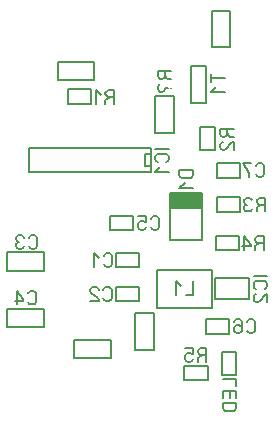
<source format=gbr>
%FSLAX34Y34*%
%MOMM*%
%LNSILK_BOTTOM_*%
G71*
G01*
%ADD10C, 0.15*%
%ADD11C, 0.21*%
%LPD*%
G54D10*
X641206Y657150D02*
X641206Y677150D01*
X538306Y677150D01*
X538306Y657150D01*
X641206Y657150D01*
G54D10*
X641206Y662150D02*
X641206Y672150D01*
X636206Y672150D01*
X636206Y662150D01*
X641206Y662150D01*
G54D11*
X656618Y676451D02*
X645062Y676451D01*
G54D11*
X654451Y665474D02*
X655895Y666340D01*
X656618Y668074D01*
X656618Y669807D01*
X655895Y671540D01*
X654451Y672407D01*
X647229Y672407D01*
X645784Y671540D01*
X645062Y669807D01*
X645062Y668074D01*
X645784Y666340D01*
X647229Y665474D01*
G54D11*
X649395Y661430D02*
X645062Y657097D01*
X656618Y657097D01*
G54D10*
X631154Y588367D02*
X631154Y576067D01*
G54D10*
X611554Y588367D02*
X611554Y576067D01*
G54D10*
X631154Y588367D02*
X611554Y588367D01*
G54D10*
X631154Y576067D02*
X611554Y576067D01*
G54D11*
X601716Y578672D02*
X602583Y577228D01*
X604316Y576505D01*
X606050Y576505D01*
X607783Y577228D01*
X608650Y578672D01*
X608650Y585894D01*
X607783Y587339D01*
X606050Y588061D01*
X604316Y588061D01*
X602583Y587339D01*
X601716Y585894D01*
G54D11*
X597673Y583728D02*
X593339Y588061D01*
X593339Y576505D01*
G54D10*
X631154Y559792D02*
X631154Y547492D01*
G54D10*
X611554Y559792D02*
X611554Y547492D01*
G54D10*
X631154Y559792D02*
X611554Y559792D01*
G54D10*
X631154Y547492D02*
X611554Y547492D01*
G54D11*
X601101Y550097D02*
X601967Y548653D01*
X603701Y547930D01*
X605434Y547930D01*
X607167Y548653D01*
X608034Y550097D01*
X608034Y557319D01*
X607167Y558764D01*
X605434Y559486D01*
X603701Y559486D01*
X601967Y558764D01*
X601101Y557319D01*
G54D11*
X590124Y547930D02*
X597057Y547930D01*
X597057Y548653D01*
X596190Y550097D01*
X590990Y554430D01*
X590124Y555875D01*
X590124Y557319D01*
X590990Y558764D01*
X592724Y559486D01*
X594457Y559486D01*
X596190Y558764D01*
X597057Y557319D01*
G54D10*
X626391Y619720D02*
X626391Y607420D01*
G54D10*
X606791Y619720D02*
X606791Y607420D01*
G54D10*
X626391Y619720D02*
X606791Y619720D01*
G54D10*
X626391Y607420D02*
X606791Y607420D01*
G54D11*
X641185Y610025D02*
X642052Y608580D01*
X643785Y607858D01*
X645518Y607858D01*
X647252Y608580D01*
X648118Y610025D01*
X648118Y617247D01*
X647252Y618691D01*
X645518Y619414D01*
X643785Y619414D01*
X642052Y618691D01*
X641185Y617247D01*
G54D11*
X630208Y619414D02*
X637141Y619414D01*
X637141Y614358D01*
X636275Y614358D01*
X634541Y615080D01*
X632808Y615080D01*
X631075Y614358D01*
X630208Y612914D01*
X630208Y610025D01*
X631075Y608580D01*
X632808Y607858D01*
X634541Y607858D01*
X636275Y608580D01*
X637141Y610025D01*
G54D10*
X590669Y726810D02*
X590669Y714510D01*
G54D10*
X571069Y726810D02*
X571069Y714510D01*
G54D10*
X590669Y726810D02*
X571069Y726810D01*
G54D10*
X590669Y714510D02*
X571069Y714510D01*
G54D11*
X606369Y720587D02*
X603769Y719142D01*
X602903Y717698D01*
X602903Y714809D01*
G54D11*
X609836Y714809D02*
X609836Y726364D01*
X605503Y726364D01*
X603769Y725642D01*
X602903Y724198D01*
X602903Y722753D01*
X603769Y721309D01*
X605503Y720587D01*
X609836Y720587D01*
G54D11*
X598859Y722031D02*
X594526Y726364D01*
X594526Y714809D01*
G54D10*
X675488Y714950D02*
X688188Y714950D01*
X688188Y746750D01*
X675488Y746750D01*
X675488Y714950D01*
G54D11*
X703797Y736555D02*
X692241Y736555D01*
G54D11*
X692241Y740022D02*
X692241Y733089D01*
G54D11*
X696574Y729045D02*
X692241Y724712D01*
X703797Y724712D01*
G54D10*
X695464Y675617D02*
X683164Y675617D01*
G54D10*
X695464Y695217D02*
X683164Y695217D01*
G54D10*
X695464Y675617D02*
X695464Y695217D01*
G54D10*
X683164Y675617D02*
X683164Y695217D01*
G54D11*
X705652Y690059D02*
X707097Y687459D01*
X708541Y686593D01*
X711430Y686593D01*
G54D11*
X711430Y693526D02*
X699875Y693526D01*
X699875Y689193D01*
X700597Y687459D01*
X702041Y686593D01*
X703486Y686593D01*
X704930Y687459D01*
X705652Y689193D01*
X705652Y693526D01*
G54D11*
X711430Y675616D02*
X711430Y682549D01*
X710708Y682549D01*
X709264Y681682D01*
X704930Y676482D01*
X703486Y675616D01*
X702041Y675616D01*
X700597Y676482D01*
X699875Y678216D01*
X699875Y679949D01*
X700597Y681682D01*
X702041Y682549D01*
G54D10*
X576238Y499481D02*
X607438Y499481D01*
X607438Y515081D01*
X576238Y515081D01*
X576238Y499481D01*
G54D10*
X519881Y573300D02*
X551081Y573300D01*
X551081Y588900D01*
X519881Y588900D01*
X519881Y573300D01*
G54D11*
X537947Y594123D02*
X538813Y592678D01*
X540547Y591956D01*
X542280Y591956D01*
X544013Y592678D01*
X544880Y594123D01*
X544880Y601345D01*
X544013Y602789D01*
X542280Y603512D01*
X540547Y603512D01*
X538813Y602789D01*
X537947Y601345D01*
G54D11*
X533903Y601345D02*
X533036Y602789D01*
X531303Y603512D01*
X529570Y603512D01*
X527836Y602789D01*
X526970Y601345D01*
X526970Y599900D01*
X527836Y598456D01*
X529570Y597734D01*
X527836Y597012D01*
X526970Y595567D01*
X526970Y594123D01*
X527836Y592678D01*
X529570Y591956D01*
X531303Y591956D01*
X533036Y592678D01*
X533903Y594123D01*
G54D10*
X519881Y525675D02*
X551081Y525675D01*
X551081Y541275D01*
X519881Y541275D01*
X519881Y525675D01*
G54D11*
X537488Y546923D02*
X538354Y545479D01*
X540088Y544757D01*
X541821Y544757D01*
X543554Y545479D01*
X544421Y546923D01*
X544421Y554146D01*
X543554Y555590D01*
X541821Y556312D01*
X540088Y556312D01*
X538354Y555590D01*
X537488Y554146D01*
G54D11*
X528244Y544757D02*
X528244Y556312D01*
X533444Y549090D01*
X533444Y547646D01*
X526511Y547646D01*
G54D10*
X643888Y506069D02*
X643888Y537269D01*
X628288Y537269D01*
X628288Y506069D01*
X643888Y506069D01*
G54D10*
X660556Y690219D02*
X660556Y721419D01*
X644956Y721419D01*
X644956Y690219D01*
X660556Y690219D01*
G54D11*
X652895Y739189D02*
X654339Y736589D01*
X655784Y735723D01*
X658673Y735723D01*
G54D11*
X658673Y742656D02*
X647117Y742656D01*
X647117Y738323D01*
X647839Y736589D01*
X649284Y735723D01*
X650728Y735723D01*
X652173Y736589D01*
X652895Y738323D01*
X652895Y742656D01*
G54D11*
X655784Y728212D02*
X653617Y728212D01*
X652895Y727346D01*
X652173Y725612D01*
X650728Y724746D01*
X649284Y724746D01*
X647839Y725612D01*
X647117Y727346D01*
X647117Y729079D01*
X647839Y730812D01*
X649284Y731679D01*
G54D11*
X658673Y728212D02*
X658673Y728212D01*
G54D10*
X562347Y734431D02*
X593547Y734431D01*
X593547Y750031D01*
X562347Y750031D01*
X562347Y734431D01*
G54D10*
X708579Y762449D02*
X708579Y793649D01*
X692979Y793649D01*
X692979Y762449D01*
X708579Y762449D01*
G54D10*
X724128Y549694D02*
X724128Y567194D01*
X695528Y567194D01*
X695528Y549694D01*
X724128Y549694D01*
G54D11*
X739811Y568521D02*
X728255Y568521D01*
G54D11*
X737644Y557543D02*
X739089Y558410D01*
X739811Y560143D01*
X739811Y561877D01*
X739089Y563610D01*
X737644Y564477D01*
X730422Y564477D01*
X728978Y563610D01*
X728255Y561877D01*
X728255Y560143D01*
X728978Y558410D01*
X730422Y557543D01*
G54D11*
X739811Y546566D02*
X739811Y553500D01*
X739089Y553500D01*
X737644Y552633D01*
X733311Y547433D01*
X731866Y546566D01*
X730422Y546566D01*
X728978Y547433D01*
X728255Y549166D01*
X728255Y550900D01*
X728978Y552633D01*
X730422Y553500D01*
G54D10*
X646199Y542171D02*
X646199Y573921D01*
X693427Y573921D01*
X693427Y542171D01*
X646199Y542171D01*
G54D11*
X677112Y564671D02*
X677112Y553115D01*
X671045Y553115D01*
G54D11*
X667001Y560337D02*
X662668Y564671D01*
X662668Y553115D01*
G54D10*
X684582Y638986D02*
X684582Y599695D01*
X657198Y599695D01*
X657198Y638986D01*
X684582Y638986D01*
G36*
X684185Y638589D02*
X684185Y626682D01*
X657198Y626682D01*
X657198Y638192D01*
X657595Y638589D01*
X683788Y638589D01*
X683788Y637795D01*
X683392Y637398D01*
X684185Y638589D01*
G37*
G54D10*
X684185Y638589D02*
X684185Y626682D01*
X657198Y626682D01*
X657198Y638192D01*
X657595Y638589D01*
X683788Y638589D01*
X683788Y637795D01*
X683392Y637398D01*
X684185Y638589D01*
G54D11*
X677088Y658576D02*
X665532Y658576D01*
X665532Y654243D01*
X666254Y652510D01*
X667699Y651643D01*
X674921Y651643D01*
X676366Y652510D01*
X677088Y654243D01*
X677088Y658576D01*
G54D11*
X669866Y647599D02*
X665532Y643266D01*
X677088Y643266D01*
G54D10*
X688049Y520165D02*
X688049Y532465D01*
G54D10*
X707649Y520165D02*
X707649Y532465D01*
G54D10*
X688049Y520165D02*
X707649Y520165D01*
G54D10*
X688049Y532465D02*
X707649Y532465D01*
G54D11*
X722605Y522657D02*
X723471Y521213D01*
X725205Y520491D01*
X726938Y520491D01*
X728671Y521213D01*
X729538Y522657D01*
X729538Y529880D01*
X728671Y531324D01*
X726938Y532046D01*
X725205Y532046D01*
X723471Y531324D01*
X722605Y529880D01*
G54D11*
X711628Y529880D02*
X712494Y531324D01*
X714228Y532046D01*
X715961Y532046D01*
X717694Y531324D01*
X718561Y529880D01*
X718561Y526268D01*
X718561Y525546D01*
X715961Y526991D01*
X714228Y526991D01*
X712494Y526268D01*
X711628Y524824D01*
X711628Y522657D01*
X712494Y521213D01*
X714228Y520491D01*
X715961Y520491D01*
X717694Y521213D01*
X718561Y522657D01*
X718561Y526268D01*
G54D10*
X696953Y623247D02*
X696953Y635547D01*
G54D10*
X716553Y623247D02*
X716553Y635547D01*
G54D10*
X696953Y623247D02*
X716553Y623247D01*
G54D10*
X696953Y635547D02*
X716553Y635547D01*
G54D11*
X734542Y629288D02*
X731942Y627843D01*
X731075Y626399D01*
X731075Y623510D01*
G54D11*
X738008Y623510D02*
X738008Y635065D01*
X733675Y635065D01*
X731942Y634343D01*
X731075Y632899D01*
X731075Y631454D01*
X731942Y630010D01*
X733675Y629288D01*
X738008Y629288D01*
G54D11*
X727031Y632899D02*
X726165Y634343D01*
X724431Y635065D01*
X722698Y635065D01*
X720965Y634343D01*
X720098Y632899D01*
X720098Y631454D01*
X720965Y630010D01*
X722698Y629288D01*
X720965Y628565D01*
X720098Y627121D01*
X720098Y625676D01*
X720965Y624232D01*
X722698Y623510D01*
X724431Y623510D01*
X726165Y624232D01*
X727031Y625676D01*
G54D10*
X715916Y603103D02*
X715916Y590803D01*
G54D10*
X696316Y603103D02*
X696316Y590803D01*
G54D10*
X715916Y603103D02*
X696316Y603103D01*
G54D10*
X715916Y590803D02*
X696316Y590803D01*
G54D11*
X733278Y596906D02*
X730678Y595461D01*
X729811Y594017D01*
X729811Y591128D01*
G54D11*
X736745Y591128D02*
X736745Y602684D01*
X732411Y602684D01*
X730678Y601961D01*
X729811Y600517D01*
X729811Y599072D01*
X730678Y597628D01*
X732411Y596906D01*
X736745Y596906D01*
G54D11*
X720568Y591128D02*
X720568Y602684D01*
X725768Y595461D01*
X725768Y594017D01*
X718834Y594017D01*
G54D10*
X696953Y652219D02*
X696953Y664519D01*
G54D10*
X716553Y652219D02*
X716553Y664519D01*
G54D10*
X696953Y652219D02*
X716553Y652219D01*
G54D10*
X696953Y664519D02*
X716553Y664519D01*
G54D11*
X730555Y654853D02*
X731422Y653408D01*
X733155Y652686D01*
X734888Y652686D01*
X736622Y653408D01*
X737488Y654853D01*
X737488Y662075D01*
X736622Y663520D01*
X734888Y664242D01*
X733155Y664242D01*
X731422Y663520D01*
X730555Y662075D01*
G54D11*
X726511Y664242D02*
X719578Y664242D01*
X720445Y662797D01*
X722178Y660631D01*
X723911Y657742D01*
X724778Y655575D01*
X724778Y652686D01*
G54D10*
X701425Y504822D02*
X713725Y504822D01*
G54D10*
X701425Y485222D02*
X713725Y485222D01*
G54D10*
X701425Y504822D02*
X701425Y485222D01*
G54D10*
X713725Y504822D02*
X713725Y485222D01*
G54D11*
X702128Y481982D02*
X713684Y481982D01*
X713684Y475915D01*
G54D11*
X713684Y465804D02*
X713684Y471871D01*
X702128Y471871D01*
X702128Y465804D01*
G54D11*
X707906Y471871D02*
X707906Y465804D01*
G54D11*
X713684Y461760D02*
X702128Y461760D01*
X702128Y457427D01*
X702850Y455693D01*
X704295Y454827D01*
X711517Y454827D01*
X712962Y455693D01*
X713684Y457427D01*
X713684Y461760D01*
G54D10*
X689344Y492790D02*
X689344Y480490D01*
G54D10*
X669744Y492790D02*
X669744Y480490D01*
G54D10*
X689344Y492790D02*
X669744Y492790D01*
G54D10*
X689344Y480490D02*
X669744Y480490D01*
G54D11*
X684901Y502023D02*
X682301Y500578D01*
X681434Y499134D01*
X681434Y496245D01*
G54D11*
X688367Y496245D02*
X688367Y507801D01*
X684034Y507801D01*
X682301Y507078D01*
X681434Y505634D01*
X681434Y504190D01*
X682301Y502745D01*
X684034Y502023D01*
X688367Y502023D01*
G54D11*
X670457Y507801D02*
X677390Y507801D01*
X677390Y502745D01*
X676524Y502745D01*
X674790Y503467D01*
X673057Y503467D01*
X671324Y502745D01*
X670457Y501301D01*
X670457Y498412D01*
X671324Y496967D01*
X673057Y496245D01*
X674790Y496245D01*
X676524Y496967D01*
X677390Y498412D01*
M02*

</source>
